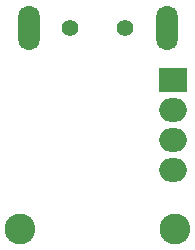
<source format=gbs>
G04 #@! TF.FileFunction,Soldermask,Bot*
%FSLAX45Y45*%
G04 Gerber Fmt 4.5, Leading zero omitted, Abs format (unit mm)*
G04 Created by KiCad (PCBNEW (after 2015-may-01 BZR unknown)-product) date 5/23/2015 03:28:49*
%MOMM*%
G01*
G04 APERTURE LIST*
%ADD10C,0.254000*%
%ADD11R,2.336800X2.032000*%
%ADD12O,2.336800X2.032000*%
%ADD13C,2.604800*%
%ADD14C,1.404800*%
%ADD15O,1.804800X3.804800*%
G04 APERTURE END LIST*
D10*
D11*
X9889000Y-8706000D03*
D12*
X9889000Y-8960000D03*
X9889000Y-9214000D03*
X9889000Y-9468000D03*
D13*
X8597000Y-9962000D03*
X9911000Y-9962000D03*
D14*
X9484000Y-8267000D03*
X9024000Y-8267000D03*
D15*
X8669000Y-8267000D03*
X9839000Y-8267000D03*
M02*

</source>
